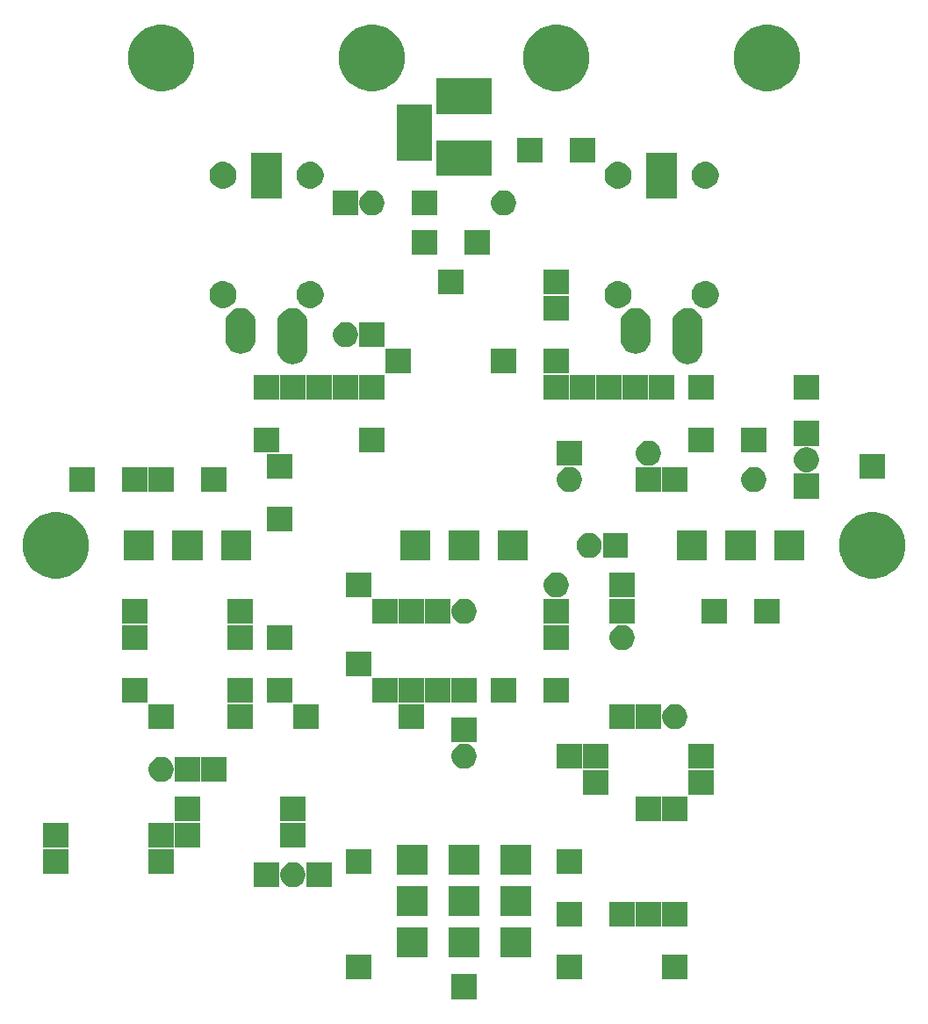
<source format=gbr>
G04 #@! TF.GenerationSoftware,KiCad,Pcbnew,5.1.6-c6e7f7d~87~ubuntu19.10.1*
G04 #@! TF.CreationDate,2022-03-20T17:43:41+06:00*
G04 #@! TF.ProjectId,good_grief_overdrive_r1b,676f6f64-5f67-4726-9965-665f6f766572,1B*
G04 #@! TF.SameCoordinates,Original*
G04 #@! TF.FileFunction,Soldermask,Bot*
G04 #@! TF.FilePolarity,Negative*
%FSLAX46Y46*%
G04 Gerber Fmt 4.6, Leading zero omitted, Abs format (unit mm)*
G04 Created by KiCad (PCBNEW 5.1.6-c6e7f7d~87~ubuntu19.10.1) date 2022-03-20 17:43:41*
%MOMM*%
%LPD*%
G01*
G04 APERTURE LIST*
%ADD10C,0.100000*%
G04 APERTURE END LIST*
D10*
G36*
X106610000Y-187255000D02*
G01*
X104210000Y-187255000D01*
X104210000Y-184855000D01*
X106610000Y-184855000D01*
X106610000Y-187255000D01*
G37*
G36*
X126930000Y-185350000D02*
G01*
X124530000Y-185350000D01*
X124530000Y-182950000D01*
X126930000Y-182950000D01*
X126930000Y-185350000D01*
G37*
G36*
X96450000Y-185350000D02*
G01*
X94050000Y-185350000D01*
X94050000Y-182950000D01*
X96450000Y-182950000D01*
X96450000Y-185350000D01*
G37*
G36*
X116770000Y-185350000D02*
G01*
X114370000Y-185350000D01*
X114370000Y-182950000D01*
X116770000Y-182950000D01*
X116770000Y-185350000D01*
G37*
G36*
X111860000Y-183250000D02*
G01*
X108960000Y-183250000D01*
X108960000Y-180350000D01*
X111860000Y-180350000D01*
X111860000Y-183250000D01*
G37*
G36*
X106860000Y-183250000D02*
G01*
X103960000Y-183250000D01*
X103960000Y-180350000D01*
X106860000Y-180350000D01*
X106860000Y-183250000D01*
G37*
G36*
X101860000Y-183250000D02*
G01*
X98960000Y-183250000D01*
X98960000Y-180350000D01*
X101860000Y-180350000D01*
X101860000Y-183250000D01*
G37*
G36*
X124390000Y-180270000D02*
G01*
X121990000Y-180270000D01*
X121990000Y-177870000D01*
X124390000Y-177870000D01*
X124390000Y-180270000D01*
G37*
G36*
X116770000Y-180270000D02*
G01*
X114370000Y-180270000D01*
X114370000Y-177870000D01*
X116770000Y-177870000D01*
X116770000Y-180270000D01*
G37*
G36*
X121850000Y-180270000D02*
G01*
X119450000Y-180270000D01*
X119450000Y-177870000D01*
X121850000Y-177870000D01*
X121850000Y-180270000D01*
G37*
G36*
X126930000Y-180270000D02*
G01*
X124530000Y-180270000D01*
X124530000Y-177870000D01*
X126930000Y-177870000D01*
X126930000Y-180270000D01*
G37*
G36*
X101860000Y-179250000D02*
G01*
X98960000Y-179250000D01*
X98960000Y-176350000D01*
X101860000Y-176350000D01*
X101860000Y-179250000D01*
G37*
G36*
X106860000Y-179250000D02*
G01*
X103960000Y-179250000D01*
X103960000Y-176350000D01*
X106860000Y-176350000D01*
X106860000Y-179250000D01*
G37*
G36*
X111860000Y-179250000D02*
G01*
X108960000Y-179250000D01*
X108960000Y-176350000D01*
X111860000Y-176350000D01*
X111860000Y-179250000D01*
G37*
G36*
X87560000Y-176460000D02*
G01*
X85160000Y-176460000D01*
X85160000Y-174060000D01*
X87560000Y-174060000D01*
X87560000Y-176460000D01*
G37*
G36*
X89250025Y-174106115D02*
G01*
X89250028Y-174106116D01*
X89250027Y-174106116D01*
X89468413Y-174196574D01*
X89664955Y-174327899D01*
X89832101Y-174495045D01*
X89963426Y-174691587D01*
X89963427Y-174691589D01*
X90053885Y-174909975D01*
X90100000Y-175141809D01*
X90100000Y-175378191D01*
X90053885Y-175610025D01*
X90053884Y-175610027D01*
X89963426Y-175828413D01*
X89832101Y-176024955D01*
X89664955Y-176192101D01*
X89468413Y-176323426D01*
X89468412Y-176323427D01*
X89468411Y-176323427D01*
X89250025Y-176413885D01*
X89018191Y-176460000D01*
X88781809Y-176460000D01*
X88549975Y-176413885D01*
X88331589Y-176323427D01*
X88331588Y-176323427D01*
X88331587Y-176323426D01*
X88135045Y-176192101D01*
X87967899Y-176024955D01*
X87836574Y-175828413D01*
X87746116Y-175610027D01*
X87746115Y-175610025D01*
X87700000Y-175378191D01*
X87700000Y-175141809D01*
X87746115Y-174909975D01*
X87836573Y-174691589D01*
X87836574Y-174691587D01*
X87967899Y-174495045D01*
X88135045Y-174327899D01*
X88331587Y-174196574D01*
X88549973Y-174106116D01*
X88549972Y-174106116D01*
X88549975Y-174106115D01*
X88781809Y-174060000D01*
X89018191Y-174060000D01*
X89250025Y-174106115D01*
G37*
G36*
X92640000Y-176460000D02*
G01*
X90240000Y-176460000D01*
X90240000Y-174060000D01*
X92640000Y-174060000D01*
X92640000Y-176460000D01*
G37*
G36*
X106860000Y-175250000D02*
G01*
X103960000Y-175250000D01*
X103960000Y-172350000D01*
X106860000Y-172350000D01*
X106860000Y-175250000D01*
G37*
G36*
X111860000Y-175250000D02*
G01*
X108960000Y-175250000D01*
X108960000Y-172350000D01*
X111860000Y-172350000D01*
X111860000Y-175250000D01*
G37*
G36*
X101860000Y-175250000D02*
G01*
X98960000Y-175250000D01*
X98960000Y-172350000D01*
X101860000Y-172350000D01*
X101860000Y-175250000D01*
G37*
G36*
X77400000Y-175190000D02*
G01*
X75000000Y-175190000D01*
X75000000Y-172790000D01*
X77400000Y-172790000D01*
X77400000Y-175190000D01*
G37*
G36*
X67240000Y-175190000D02*
G01*
X64840000Y-175190000D01*
X64840000Y-172790000D01*
X67240000Y-172790000D01*
X67240000Y-175190000D01*
G37*
G36*
X96450000Y-175190000D02*
G01*
X94050000Y-175190000D01*
X94050000Y-172790000D01*
X96450000Y-172790000D01*
X96450000Y-175190000D01*
G37*
G36*
X116770000Y-175190000D02*
G01*
X114370000Y-175190000D01*
X114370000Y-172790000D01*
X116770000Y-172790000D01*
X116770000Y-175190000D01*
G37*
G36*
X77400000Y-172650000D02*
G01*
X75000000Y-172650000D01*
X75000000Y-170250000D01*
X77400000Y-170250000D01*
X77400000Y-172650000D01*
G37*
G36*
X90100000Y-172650000D02*
G01*
X87700000Y-172650000D01*
X87700000Y-170250000D01*
X90100000Y-170250000D01*
X90100000Y-172650000D01*
G37*
G36*
X79940000Y-172650000D02*
G01*
X77540000Y-172650000D01*
X77540000Y-170250000D01*
X79940000Y-170250000D01*
X79940000Y-172650000D01*
G37*
G36*
X67240000Y-172650000D02*
G01*
X64840000Y-172650000D01*
X64840000Y-170250000D01*
X67240000Y-170250000D01*
X67240000Y-172650000D01*
G37*
G36*
X126930000Y-170110000D02*
G01*
X124530000Y-170110000D01*
X124530000Y-167710000D01*
X126930000Y-167710000D01*
X126930000Y-170110000D01*
G37*
G36*
X124390000Y-170110000D02*
G01*
X121990000Y-170110000D01*
X121990000Y-167710000D01*
X124390000Y-167710000D01*
X124390000Y-170110000D01*
G37*
G36*
X79940000Y-170110000D02*
G01*
X77540000Y-170110000D01*
X77540000Y-167710000D01*
X79940000Y-167710000D01*
X79940000Y-170110000D01*
G37*
G36*
X90100000Y-170110000D02*
G01*
X87700000Y-170110000D01*
X87700000Y-167710000D01*
X90100000Y-167710000D01*
X90100000Y-170110000D01*
G37*
G36*
X119310000Y-167570000D02*
G01*
X116910000Y-167570000D01*
X116910000Y-165170000D01*
X119310000Y-165170000D01*
X119310000Y-167570000D01*
G37*
G36*
X129470000Y-167570000D02*
G01*
X127070000Y-167570000D01*
X127070000Y-165170000D01*
X129470000Y-165170000D01*
X129470000Y-167570000D01*
G37*
G36*
X76550025Y-163946115D02*
G01*
X76555037Y-163948191D01*
X76768413Y-164036574D01*
X76964955Y-164167899D01*
X77132101Y-164335045D01*
X77174442Y-164398413D01*
X77263427Y-164531589D01*
X77353885Y-164749975D01*
X77400000Y-164981809D01*
X77400000Y-165218191D01*
X77353885Y-165450025D01*
X77353884Y-165450027D01*
X77263426Y-165668413D01*
X77132101Y-165864955D01*
X76964955Y-166032101D01*
X76768413Y-166163426D01*
X76768412Y-166163427D01*
X76768411Y-166163427D01*
X76550025Y-166253885D01*
X76318191Y-166300000D01*
X76081809Y-166300000D01*
X75849975Y-166253885D01*
X75631589Y-166163427D01*
X75631588Y-166163427D01*
X75631587Y-166163426D01*
X75435045Y-166032101D01*
X75267899Y-165864955D01*
X75136574Y-165668413D01*
X75046116Y-165450027D01*
X75046115Y-165450025D01*
X75000000Y-165218191D01*
X75000000Y-164981809D01*
X75046115Y-164749975D01*
X75136573Y-164531589D01*
X75225558Y-164398413D01*
X75267899Y-164335045D01*
X75435045Y-164167899D01*
X75631587Y-164036574D01*
X75844963Y-163948191D01*
X75849975Y-163946115D01*
X76081809Y-163900000D01*
X76318191Y-163900000D01*
X76550025Y-163946115D01*
G37*
G36*
X79940000Y-166300000D02*
G01*
X77540000Y-166300000D01*
X77540000Y-163900000D01*
X79940000Y-163900000D01*
X79940000Y-166300000D01*
G37*
G36*
X82480000Y-166300000D02*
G01*
X80080000Y-166300000D01*
X80080000Y-163900000D01*
X82480000Y-163900000D01*
X82480000Y-166300000D01*
G37*
G36*
X105760025Y-162676115D02*
G01*
X105760028Y-162676116D01*
X105760027Y-162676116D01*
X105978413Y-162766574D01*
X106174955Y-162897899D01*
X106342101Y-163065045D01*
X106473426Y-163261587D01*
X106473427Y-163261589D01*
X106563885Y-163479975D01*
X106610000Y-163711809D01*
X106610000Y-163948191D01*
X106563885Y-164180025D01*
X106473427Y-164398411D01*
X106473426Y-164398413D01*
X106342101Y-164594955D01*
X106174955Y-164762101D01*
X105978413Y-164893426D01*
X105978412Y-164893427D01*
X105978411Y-164893427D01*
X105760025Y-164983885D01*
X105528191Y-165030000D01*
X105291809Y-165030000D01*
X105059975Y-164983885D01*
X104841589Y-164893427D01*
X104841588Y-164893427D01*
X104841587Y-164893426D01*
X104645045Y-164762101D01*
X104477899Y-164594955D01*
X104346574Y-164398413D01*
X104346573Y-164398411D01*
X104256115Y-164180025D01*
X104210000Y-163948191D01*
X104210000Y-163711809D01*
X104256115Y-163479975D01*
X104346573Y-163261589D01*
X104346574Y-163261587D01*
X104477899Y-163065045D01*
X104645045Y-162897899D01*
X104841587Y-162766574D01*
X105059973Y-162676116D01*
X105059972Y-162676116D01*
X105059975Y-162676115D01*
X105291809Y-162630000D01*
X105528191Y-162630000D01*
X105760025Y-162676115D01*
G37*
G36*
X119310000Y-165030000D02*
G01*
X116910000Y-165030000D01*
X116910000Y-162630000D01*
X119310000Y-162630000D01*
X119310000Y-165030000D01*
G37*
G36*
X129470000Y-165030000D02*
G01*
X127070000Y-165030000D01*
X127070000Y-162630000D01*
X129470000Y-162630000D01*
X129470000Y-165030000D01*
G37*
G36*
X116770000Y-165030000D02*
G01*
X114370000Y-165030000D01*
X114370000Y-162630000D01*
X116770000Y-162630000D01*
X116770000Y-165030000D01*
G37*
G36*
X106610000Y-162490000D02*
G01*
X104210000Y-162490000D01*
X104210000Y-160090000D01*
X106610000Y-160090000D01*
X106610000Y-162490000D01*
G37*
G36*
X124390000Y-161220000D02*
G01*
X121990000Y-161220000D01*
X121990000Y-158820000D01*
X124390000Y-158820000D01*
X124390000Y-161220000D01*
G37*
G36*
X91370000Y-161220000D02*
G01*
X88970000Y-161220000D01*
X88970000Y-158820000D01*
X91370000Y-158820000D01*
X91370000Y-161220000D01*
G37*
G36*
X101530000Y-161220000D02*
G01*
X99130000Y-161220000D01*
X99130000Y-158820000D01*
X101530000Y-158820000D01*
X101530000Y-161220000D01*
G37*
G36*
X121850000Y-161220000D02*
G01*
X119450000Y-161220000D01*
X119450000Y-158820000D01*
X121850000Y-158820000D01*
X121850000Y-161220000D01*
G37*
G36*
X77400000Y-161220000D02*
G01*
X75000000Y-161220000D01*
X75000000Y-158820000D01*
X77400000Y-158820000D01*
X77400000Y-161220000D01*
G37*
G36*
X85020000Y-161220000D02*
G01*
X82620000Y-161220000D01*
X82620000Y-158820000D01*
X85020000Y-158820000D01*
X85020000Y-161220000D01*
G37*
G36*
X126080025Y-158866115D02*
G01*
X126080028Y-158866116D01*
X126080027Y-158866116D01*
X126298413Y-158956574D01*
X126494955Y-159087899D01*
X126662101Y-159255045D01*
X126793426Y-159451587D01*
X126793427Y-159451589D01*
X126883885Y-159669975D01*
X126930000Y-159901809D01*
X126930000Y-160138191D01*
X126883885Y-160370025D01*
X126883884Y-160370027D01*
X126793426Y-160588413D01*
X126662101Y-160784955D01*
X126494955Y-160952101D01*
X126298413Y-161083426D01*
X126298412Y-161083427D01*
X126298411Y-161083427D01*
X126080025Y-161173885D01*
X125848191Y-161220000D01*
X125611809Y-161220000D01*
X125379975Y-161173885D01*
X125161589Y-161083427D01*
X125161588Y-161083427D01*
X125161587Y-161083426D01*
X124965045Y-160952101D01*
X124797899Y-160784955D01*
X124666574Y-160588413D01*
X124576116Y-160370027D01*
X124576115Y-160370025D01*
X124530000Y-160138191D01*
X124530000Y-159901809D01*
X124576115Y-159669975D01*
X124666573Y-159451589D01*
X124666574Y-159451587D01*
X124797899Y-159255045D01*
X124965045Y-159087899D01*
X125161587Y-158956574D01*
X125379973Y-158866116D01*
X125379972Y-158866116D01*
X125379975Y-158866115D01*
X125611809Y-158820000D01*
X125848191Y-158820000D01*
X126080025Y-158866115D01*
G37*
G36*
X88830000Y-158680000D02*
G01*
X86430000Y-158680000D01*
X86430000Y-156280000D01*
X88830000Y-156280000D01*
X88830000Y-158680000D01*
G37*
G36*
X110420000Y-158680000D02*
G01*
X108020000Y-158680000D01*
X108020000Y-156280000D01*
X110420000Y-156280000D01*
X110420000Y-158680000D01*
G37*
G36*
X115500000Y-158680000D02*
G01*
X113100000Y-158680000D01*
X113100000Y-156280000D01*
X115500000Y-156280000D01*
X115500000Y-158680000D01*
G37*
G36*
X85020000Y-158680000D02*
G01*
X82620000Y-158680000D01*
X82620000Y-156280000D01*
X85020000Y-156280000D01*
X85020000Y-158680000D01*
G37*
G36*
X106610000Y-158680000D02*
G01*
X104210000Y-158680000D01*
X104210000Y-156280000D01*
X106610000Y-156280000D01*
X106610000Y-158680000D01*
G37*
G36*
X104070000Y-158680000D02*
G01*
X101670000Y-158680000D01*
X101670000Y-156280000D01*
X104070000Y-156280000D01*
X104070000Y-158680000D01*
G37*
G36*
X101530000Y-158680000D02*
G01*
X99130000Y-158680000D01*
X99130000Y-156280000D01*
X101530000Y-156280000D01*
X101530000Y-158680000D01*
G37*
G36*
X98990000Y-158680000D02*
G01*
X96590000Y-158680000D01*
X96590000Y-156280000D01*
X98990000Y-156280000D01*
X98990000Y-158680000D01*
G37*
G36*
X74860000Y-158680000D02*
G01*
X72460000Y-158680000D01*
X72460000Y-156280000D01*
X74860000Y-156280000D01*
X74860000Y-158680000D01*
G37*
G36*
X96450000Y-156140000D02*
G01*
X94050000Y-156140000D01*
X94050000Y-153740000D01*
X96450000Y-153740000D01*
X96450000Y-156140000D01*
G37*
G36*
X121000025Y-151246115D02*
G01*
X121000028Y-151246116D01*
X121000027Y-151246116D01*
X121218413Y-151336574D01*
X121414955Y-151467899D01*
X121582101Y-151635045D01*
X121713426Y-151831587D01*
X121713427Y-151831589D01*
X121803885Y-152049975D01*
X121850000Y-152281809D01*
X121850000Y-152518191D01*
X121803885Y-152750025D01*
X121803884Y-152750027D01*
X121713426Y-152968413D01*
X121582101Y-153164955D01*
X121414955Y-153332101D01*
X121218413Y-153463426D01*
X121218412Y-153463427D01*
X121218411Y-153463427D01*
X121000025Y-153553885D01*
X120768191Y-153600000D01*
X120531809Y-153600000D01*
X120299975Y-153553885D01*
X120081589Y-153463427D01*
X120081588Y-153463427D01*
X120081587Y-153463426D01*
X119885045Y-153332101D01*
X119717899Y-153164955D01*
X119586574Y-152968413D01*
X119496116Y-152750027D01*
X119496115Y-152750025D01*
X119450000Y-152518191D01*
X119450000Y-152281809D01*
X119496115Y-152049975D01*
X119586573Y-151831589D01*
X119586574Y-151831587D01*
X119717899Y-151635045D01*
X119885045Y-151467899D01*
X120081587Y-151336574D01*
X120299973Y-151246116D01*
X120299972Y-151246116D01*
X120299975Y-151246115D01*
X120531809Y-151200000D01*
X120768191Y-151200000D01*
X121000025Y-151246115D01*
G37*
G36*
X85020000Y-153600000D02*
G01*
X82620000Y-153600000D01*
X82620000Y-151200000D01*
X85020000Y-151200000D01*
X85020000Y-153600000D01*
G37*
G36*
X115500000Y-153600000D02*
G01*
X113100000Y-153600000D01*
X113100000Y-151200000D01*
X115500000Y-151200000D01*
X115500000Y-153600000D01*
G37*
G36*
X74860000Y-153600000D02*
G01*
X72460000Y-153600000D01*
X72460000Y-151200000D01*
X74860000Y-151200000D01*
X74860000Y-153600000D01*
G37*
G36*
X88830000Y-153600000D02*
G01*
X86430000Y-153600000D01*
X86430000Y-151200000D01*
X88830000Y-151200000D01*
X88830000Y-153600000D01*
G37*
G36*
X105760025Y-148706115D02*
G01*
X105760028Y-148706116D01*
X105760027Y-148706116D01*
X105978413Y-148796574D01*
X106174955Y-148927899D01*
X106342101Y-149095045D01*
X106473426Y-149291587D01*
X106473427Y-149291589D01*
X106563885Y-149509975D01*
X106610000Y-149741809D01*
X106610000Y-149978191D01*
X106563885Y-150210025D01*
X106563884Y-150210027D01*
X106473426Y-150428413D01*
X106342101Y-150624955D01*
X106174955Y-150792101D01*
X105978413Y-150923426D01*
X105978412Y-150923427D01*
X105978411Y-150923427D01*
X105760025Y-151013885D01*
X105528191Y-151060000D01*
X105291809Y-151060000D01*
X105059975Y-151013885D01*
X104841589Y-150923427D01*
X104841588Y-150923427D01*
X104841587Y-150923426D01*
X104645045Y-150792101D01*
X104477899Y-150624955D01*
X104346574Y-150428413D01*
X104256116Y-150210027D01*
X104256115Y-150210025D01*
X104210000Y-149978191D01*
X104210000Y-149741809D01*
X104256115Y-149509975D01*
X104346573Y-149291589D01*
X104346574Y-149291587D01*
X104477899Y-149095045D01*
X104645045Y-148927899D01*
X104841587Y-148796574D01*
X105059973Y-148706116D01*
X105059972Y-148706116D01*
X105059975Y-148706115D01*
X105291809Y-148660000D01*
X105528191Y-148660000D01*
X105760025Y-148706115D01*
G37*
G36*
X85020000Y-151060000D02*
G01*
X82620000Y-151060000D01*
X82620000Y-148660000D01*
X85020000Y-148660000D01*
X85020000Y-151060000D01*
G37*
G36*
X74860000Y-151060000D02*
G01*
X72460000Y-151060000D01*
X72460000Y-148660000D01*
X74860000Y-148660000D01*
X74860000Y-151060000D01*
G37*
G36*
X135820000Y-151060000D02*
G01*
X133420000Y-151060000D01*
X133420000Y-148660000D01*
X135820000Y-148660000D01*
X135820000Y-151060000D01*
G37*
G36*
X130740000Y-151060000D02*
G01*
X128340000Y-151060000D01*
X128340000Y-148660000D01*
X130740000Y-148660000D01*
X130740000Y-151060000D01*
G37*
G36*
X121850000Y-151060000D02*
G01*
X119450000Y-151060000D01*
X119450000Y-148660000D01*
X121850000Y-148660000D01*
X121850000Y-151060000D01*
G37*
G36*
X115500000Y-151060000D02*
G01*
X113100000Y-151060000D01*
X113100000Y-148660000D01*
X115500000Y-148660000D01*
X115500000Y-151060000D01*
G37*
G36*
X98990000Y-151060000D02*
G01*
X96590000Y-151060000D01*
X96590000Y-148660000D01*
X98990000Y-148660000D01*
X98990000Y-151060000D01*
G37*
G36*
X101530000Y-151060000D02*
G01*
X99130000Y-151060000D01*
X99130000Y-148660000D01*
X101530000Y-148660000D01*
X101530000Y-151060000D01*
G37*
G36*
X104070000Y-151060000D02*
G01*
X101670000Y-151060000D01*
X101670000Y-148660000D01*
X104070000Y-148660000D01*
X104070000Y-151060000D01*
G37*
G36*
X96450000Y-148520000D02*
G01*
X94050000Y-148520000D01*
X94050000Y-146120000D01*
X96450000Y-146120000D01*
X96450000Y-148520000D01*
G37*
G36*
X114650025Y-146166115D02*
G01*
X114650028Y-146166116D01*
X114650027Y-146166116D01*
X114868413Y-146256574D01*
X115064955Y-146387899D01*
X115232101Y-146555045D01*
X115335638Y-146710000D01*
X115363427Y-146751589D01*
X115453885Y-146969975D01*
X115500000Y-147201809D01*
X115500000Y-147438191D01*
X115453885Y-147670025D01*
X115453884Y-147670027D01*
X115363426Y-147888413D01*
X115232101Y-148084955D01*
X115064955Y-148252101D01*
X114868413Y-148383426D01*
X114868412Y-148383427D01*
X114868411Y-148383427D01*
X114650025Y-148473885D01*
X114418191Y-148520000D01*
X114181809Y-148520000D01*
X113949975Y-148473885D01*
X113731589Y-148383427D01*
X113731588Y-148383427D01*
X113731587Y-148383426D01*
X113535045Y-148252101D01*
X113367899Y-148084955D01*
X113236574Y-147888413D01*
X113146116Y-147670027D01*
X113146115Y-147670025D01*
X113100000Y-147438191D01*
X113100000Y-147201809D01*
X113146115Y-146969975D01*
X113236573Y-146751589D01*
X113264362Y-146710000D01*
X113367899Y-146555045D01*
X113535045Y-146387899D01*
X113731587Y-146256574D01*
X113949973Y-146166116D01*
X113949972Y-146166116D01*
X113949975Y-146166115D01*
X114181809Y-146120000D01*
X114418191Y-146120000D01*
X114650025Y-146166115D01*
G37*
G36*
X121850000Y-148520000D02*
G01*
X119450000Y-148520000D01*
X119450000Y-146120000D01*
X121850000Y-146120000D01*
X121850000Y-148520000D01*
G37*
G36*
X145713404Y-140432974D02*
G01*
X146054545Y-140574279D01*
X146295768Y-140674197D01*
X146819881Y-141024398D01*
X147265602Y-141470119D01*
X147615803Y-141994232D01*
X147615803Y-141994233D01*
X147857026Y-142576596D01*
X147980000Y-143194826D01*
X147980000Y-143825174D01*
X147857026Y-144443404D01*
X147746598Y-144710000D01*
X147615803Y-145025768D01*
X147265602Y-145549881D01*
X146819881Y-145995602D01*
X146295768Y-146345803D01*
X146054545Y-146445721D01*
X145713404Y-146587026D01*
X145095174Y-146710000D01*
X144464826Y-146710000D01*
X143846596Y-146587026D01*
X143505455Y-146445721D01*
X143264232Y-146345803D01*
X142740119Y-145995602D01*
X142294398Y-145549881D01*
X141944197Y-145025768D01*
X141813402Y-144710000D01*
X141702974Y-144443404D01*
X141580000Y-143825174D01*
X141580000Y-143194826D01*
X141702974Y-142576596D01*
X141944197Y-141994233D01*
X141944197Y-141994232D01*
X142294398Y-141470119D01*
X142740119Y-141024398D01*
X143264232Y-140674197D01*
X143505455Y-140574279D01*
X143846596Y-140432974D01*
X144464826Y-140310000D01*
X145095174Y-140310000D01*
X145713404Y-140432974D01*
G37*
G36*
X66973404Y-140432974D02*
G01*
X67314545Y-140574279D01*
X67555768Y-140674197D01*
X68079881Y-141024398D01*
X68525602Y-141470119D01*
X68875803Y-141994232D01*
X68875803Y-141994233D01*
X69117026Y-142576596D01*
X69240000Y-143194826D01*
X69240000Y-143825174D01*
X69117026Y-144443404D01*
X69006598Y-144710000D01*
X68875803Y-145025768D01*
X68525602Y-145549881D01*
X68079881Y-145995602D01*
X67555768Y-146345803D01*
X67314545Y-146445721D01*
X66973404Y-146587026D01*
X66355174Y-146710000D01*
X65724826Y-146710000D01*
X65106596Y-146587026D01*
X64765455Y-146445721D01*
X64524232Y-146345803D01*
X64000119Y-145995602D01*
X63554398Y-145549881D01*
X63204197Y-145025768D01*
X63073402Y-144710000D01*
X62962974Y-144443404D01*
X62840000Y-143825174D01*
X62840000Y-143194826D01*
X62962974Y-142576596D01*
X63204197Y-141994233D01*
X63204197Y-141994232D01*
X63554398Y-141470119D01*
X64000119Y-141024398D01*
X64524232Y-140674197D01*
X64765455Y-140574279D01*
X65106596Y-140432974D01*
X65724826Y-140310000D01*
X66355174Y-140310000D01*
X66973404Y-140432974D01*
G37*
G36*
X84890000Y-144960000D02*
G01*
X81990000Y-144960000D01*
X81990000Y-142060000D01*
X84890000Y-142060000D01*
X84890000Y-144960000D01*
G37*
G36*
X75490000Y-144960000D02*
G01*
X72590000Y-144960000D01*
X72590000Y-142060000D01*
X75490000Y-142060000D01*
X75490000Y-144960000D01*
G37*
G36*
X102160000Y-144960000D02*
G01*
X99260000Y-144960000D01*
X99260000Y-142060000D01*
X102160000Y-142060000D01*
X102160000Y-144960000D01*
G37*
G36*
X106860000Y-144960000D02*
G01*
X103960000Y-144960000D01*
X103960000Y-142060000D01*
X106860000Y-142060000D01*
X106860000Y-144960000D01*
G37*
G36*
X111560000Y-144960000D02*
G01*
X108660000Y-144960000D01*
X108660000Y-142060000D01*
X111560000Y-142060000D01*
X111560000Y-144960000D01*
G37*
G36*
X133530000Y-144960000D02*
G01*
X130630000Y-144960000D01*
X130630000Y-142060000D01*
X133530000Y-142060000D01*
X133530000Y-144960000D01*
G37*
G36*
X128830000Y-144960000D02*
G01*
X125930000Y-144960000D01*
X125930000Y-142060000D01*
X128830000Y-142060000D01*
X128830000Y-144960000D01*
G37*
G36*
X80190000Y-144960000D02*
G01*
X77290000Y-144960000D01*
X77290000Y-142060000D01*
X80190000Y-142060000D01*
X80190000Y-144960000D01*
G37*
G36*
X138230000Y-144960000D02*
G01*
X135330000Y-144960000D01*
X135330000Y-142060000D01*
X138230000Y-142060000D01*
X138230000Y-144960000D01*
G37*
G36*
X117825025Y-142356115D02*
G01*
X117825028Y-142356116D01*
X117825027Y-142356116D01*
X118043413Y-142446574D01*
X118239955Y-142577899D01*
X118407101Y-142745045D01*
X118538426Y-142941587D01*
X118538427Y-142941589D01*
X118628885Y-143159975D01*
X118675000Y-143391809D01*
X118675000Y-143628191D01*
X118628885Y-143860025D01*
X118628884Y-143860027D01*
X118538426Y-144078413D01*
X118407101Y-144274955D01*
X118239955Y-144442101D01*
X118043413Y-144573426D01*
X118043412Y-144573427D01*
X118043411Y-144573427D01*
X117825025Y-144663885D01*
X117593191Y-144710000D01*
X117356809Y-144710000D01*
X117124975Y-144663885D01*
X116906589Y-144573427D01*
X116906588Y-144573427D01*
X116906587Y-144573426D01*
X116710045Y-144442101D01*
X116542899Y-144274955D01*
X116411574Y-144078413D01*
X116321116Y-143860027D01*
X116321115Y-143860025D01*
X116275000Y-143628191D01*
X116275000Y-143391809D01*
X116321115Y-143159975D01*
X116411573Y-142941589D01*
X116411574Y-142941587D01*
X116542899Y-142745045D01*
X116710045Y-142577899D01*
X116906587Y-142446574D01*
X117124973Y-142356116D01*
X117124972Y-142356116D01*
X117124975Y-142356115D01*
X117356809Y-142310000D01*
X117593191Y-142310000D01*
X117825025Y-142356115D01*
G37*
G36*
X121215000Y-144710000D02*
G01*
X118815000Y-144710000D01*
X118815000Y-142310000D01*
X121215000Y-142310000D01*
X121215000Y-144710000D01*
G37*
G36*
X88830000Y-142170000D02*
G01*
X86430000Y-142170000D01*
X86430000Y-139770000D01*
X88830000Y-139770000D01*
X88830000Y-142170000D01*
G37*
G36*
X139630000Y-138995000D02*
G01*
X137230000Y-138995000D01*
X137230000Y-136595000D01*
X139630000Y-136595000D01*
X139630000Y-138995000D01*
G37*
G36*
X124390000Y-138360000D02*
G01*
X121990000Y-138360000D01*
X121990000Y-135960000D01*
X124390000Y-135960000D01*
X124390000Y-138360000D01*
G37*
G36*
X133700025Y-136006115D02*
G01*
X133918411Y-136096573D01*
X133918413Y-136096574D01*
X134114955Y-136227899D01*
X134282101Y-136395045D01*
X134413426Y-136591587D01*
X134413427Y-136591589D01*
X134503885Y-136809975D01*
X134550000Y-137041809D01*
X134550000Y-137278191D01*
X134503885Y-137510025D01*
X134503884Y-137510027D01*
X134413426Y-137728413D01*
X134282101Y-137924955D01*
X134114955Y-138092101D01*
X133918413Y-138223426D01*
X133918412Y-138223427D01*
X133918411Y-138223427D01*
X133700025Y-138313885D01*
X133468191Y-138360000D01*
X133231809Y-138360000D01*
X132999975Y-138313885D01*
X132781589Y-138223427D01*
X132781588Y-138223427D01*
X132781587Y-138223426D01*
X132585045Y-138092101D01*
X132417899Y-137924955D01*
X132286574Y-137728413D01*
X132196116Y-137510027D01*
X132196115Y-137510025D01*
X132150000Y-137278191D01*
X132150000Y-137041809D01*
X132196115Y-136809975D01*
X132286573Y-136591589D01*
X132286574Y-136591587D01*
X132417899Y-136395045D01*
X132585045Y-136227899D01*
X132781587Y-136096574D01*
X132781589Y-136096573D01*
X132999975Y-136006115D01*
X133231809Y-135960000D01*
X133468191Y-135960000D01*
X133700025Y-136006115D01*
G37*
G36*
X115920025Y-136006115D02*
G01*
X116138411Y-136096573D01*
X116138413Y-136096574D01*
X116334955Y-136227899D01*
X116502101Y-136395045D01*
X116633426Y-136591587D01*
X116633427Y-136591589D01*
X116723885Y-136809975D01*
X116770000Y-137041809D01*
X116770000Y-137278191D01*
X116723885Y-137510025D01*
X116723884Y-137510027D01*
X116633426Y-137728413D01*
X116502101Y-137924955D01*
X116334955Y-138092101D01*
X116138413Y-138223426D01*
X116138412Y-138223427D01*
X116138411Y-138223427D01*
X115920025Y-138313885D01*
X115688191Y-138360000D01*
X115451809Y-138360000D01*
X115219975Y-138313885D01*
X115001589Y-138223427D01*
X115001588Y-138223427D01*
X115001587Y-138223426D01*
X114805045Y-138092101D01*
X114637899Y-137924955D01*
X114506574Y-137728413D01*
X114416116Y-137510027D01*
X114416115Y-137510025D01*
X114370000Y-137278191D01*
X114370000Y-137041809D01*
X114416115Y-136809975D01*
X114506573Y-136591589D01*
X114506574Y-136591587D01*
X114637899Y-136395045D01*
X114805045Y-136227899D01*
X115001587Y-136096574D01*
X115001589Y-136096573D01*
X115219975Y-136006115D01*
X115451809Y-135960000D01*
X115688191Y-135960000D01*
X115920025Y-136006115D01*
G37*
G36*
X126930000Y-138360000D02*
G01*
X124530000Y-138360000D01*
X124530000Y-135960000D01*
X126930000Y-135960000D01*
X126930000Y-138360000D01*
G37*
G36*
X69780000Y-138360000D02*
G01*
X67380000Y-138360000D01*
X67380000Y-135960000D01*
X69780000Y-135960000D01*
X69780000Y-138360000D01*
G37*
G36*
X74860000Y-138360000D02*
G01*
X72460000Y-138360000D01*
X72460000Y-135960000D01*
X74860000Y-135960000D01*
X74860000Y-138360000D01*
G37*
G36*
X77400000Y-138360000D02*
G01*
X75000000Y-138360000D01*
X75000000Y-135960000D01*
X77400000Y-135960000D01*
X77400000Y-138360000D01*
G37*
G36*
X82480000Y-138360000D02*
G01*
X80080000Y-138360000D01*
X80080000Y-135960000D01*
X82480000Y-135960000D01*
X82480000Y-138360000D01*
G37*
G36*
X145980000Y-137090000D02*
G01*
X143580000Y-137090000D01*
X143580000Y-134690000D01*
X145980000Y-134690000D01*
X145980000Y-137090000D01*
G37*
G36*
X88830000Y-137090000D02*
G01*
X86430000Y-137090000D01*
X86430000Y-134690000D01*
X88830000Y-134690000D01*
X88830000Y-137090000D01*
G37*
G36*
X138780025Y-134101115D02*
G01*
X138780028Y-134101116D01*
X138780027Y-134101116D01*
X138998413Y-134191574D01*
X139194955Y-134322899D01*
X139362101Y-134490045D01*
X139493426Y-134686587D01*
X139493427Y-134686589D01*
X139583885Y-134904975D01*
X139630000Y-135136809D01*
X139630000Y-135373191D01*
X139583885Y-135605025D01*
X139513941Y-135773885D01*
X139493426Y-135823413D01*
X139362101Y-136019955D01*
X139194955Y-136187101D01*
X138998413Y-136318426D01*
X138998412Y-136318427D01*
X138998411Y-136318427D01*
X138780025Y-136408885D01*
X138548191Y-136455000D01*
X138311809Y-136455000D01*
X138079975Y-136408885D01*
X137861589Y-136318427D01*
X137861588Y-136318427D01*
X137861587Y-136318426D01*
X137665045Y-136187101D01*
X137497899Y-136019955D01*
X137366574Y-135823413D01*
X137346059Y-135773885D01*
X137276115Y-135605025D01*
X137230000Y-135373191D01*
X137230000Y-135136809D01*
X137276115Y-134904975D01*
X137366573Y-134686589D01*
X137366574Y-134686587D01*
X137497899Y-134490045D01*
X137665045Y-134322899D01*
X137861587Y-134191574D01*
X138079973Y-134101116D01*
X138079972Y-134101116D01*
X138079975Y-134101115D01*
X138311809Y-134055000D01*
X138548191Y-134055000D01*
X138780025Y-134101115D01*
G37*
G36*
X116770000Y-135820000D02*
G01*
X114370000Y-135820000D01*
X114370000Y-133420000D01*
X116770000Y-133420000D01*
X116770000Y-135820000D01*
G37*
G36*
X123540025Y-133466115D02*
G01*
X123540028Y-133466116D01*
X123540027Y-133466116D01*
X123758413Y-133556574D01*
X123954955Y-133687899D01*
X124122101Y-133855045D01*
X124253426Y-134051587D01*
X124253427Y-134051589D01*
X124343885Y-134269975D01*
X124390000Y-134501809D01*
X124390000Y-134738191D01*
X124343885Y-134970025D01*
X124343884Y-134970027D01*
X124253426Y-135188413D01*
X124122101Y-135384955D01*
X123954955Y-135552101D01*
X123758413Y-135683426D01*
X123758412Y-135683427D01*
X123758411Y-135683427D01*
X123540025Y-135773885D01*
X123308191Y-135820000D01*
X123071809Y-135820000D01*
X122839975Y-135773885D01*
X122621589Y-135683427D01*
X122621588Y-135683427D01*
X122621587Y-135683426D01*
X122425045Y-135552101D01*
X122257899Y-135384955D01*
X122126574Y-135188413D01*
X122036116Y-134970027D01*
X122036115Y-134970025D01*
X121990000Y-134738191D01*
X121990000Y-134501809D01*
X122036115Y-134269975D01*
X122126573Y-134051589D01*
X122126574Y-134051587D01*
X122257899Y-133855045D01*
X122425045Y-133687899D01*
X122621587Y-133556574D01*
X122839973Y-133466116D01*
X122839972Y-133466116D01*
X122839975Y-133466115D01*
X123071809Y-133420000D01*
X123308191Y-133420000D01*
X123540025Y-133466115D01*
G37*
G36*
X134550000Y-134550000D02*
G01*
X132150000Y-134550000D01*
X132150000Y-132150000D01*
X134550000Y-132150000D01*
X134550000Y-134550000D01*
G37*
G36*
X87560000Y-134550000D02*
G01*
X85160000Y-134550000D01*
X85160000Y-132150000D01*
X87560000Y-132150000D01*
X87560000Y-134550000D01*
G37*
G36*
X129470000Y-134550000D02*
G01*
X127070000Y-134550000D01*
X127070000Y-132150000D01*
X129470000Y-132150000D01*
X129470000Y-134550000D01*
G37*
G36*
X97720000Y-134550000D02*
G01*
X95320000Y-134550000D01*
X95320000Y-132150000D01*
X97720000Y-132150000D01*
X97720000Y-134550000D01*
G37*
G36*
X139630000Y-133915000D02*
G01*
X137230000Y-133915000D01*
X137230000Y-131515000D01*
X139630000Y-131515000D01*
X139630000Y-133915000D01*
G37*
G36*
X95180000Y-129470000D02*
G01*
X92780000Y-129470000D01*
X92780000Y-127070000D01*
X95180000Y-127070000D01*
X95180000Y-129470000D01*
G37*
G36*
X87560000Y-129470000D02*
G01*
X85160000Y-129470000D01*
X85160000Y-127070000D01*
X87560000Y-127070000D01*
X87560000Y-129470000D01*
G37*
G36*
X92640000Y-129470000D02*
G01*
X90240000Y-129470000D01*
X90240000Y-127070000D01*
X92640000Y-127070000D01*
X92640000Y-129470000D01*
G37*
G36*
X90100000Y-129470000D02*
G01*
X87700000Y-129470000D01*
X87700000Y-127070000D01*
X90100000Y-127070000D01*
X90100000Y-129470000D01*
G37*
G36*
X97720000Y-129470000D02*
G01*
X95320000Y-129470000D01*
X95320000Y-127070000D01*
X97720000Y-127070000D01*
X97720000Y-129470000D01*
G37*
G36*
X123120000Y-129470000D02*
G01*
X120720000Y-129470000D01*
X120720000Y-127070000D01*
X123120000Y-127070000D01*
X123120000Y-129470000D01*
G37*
G36*
X118040000Y-129470000D02*
G01*
X115640000Y-129470000D01*
X115640000Y-127070000D01*
X118040000Y-127070000D01*
X118040000Y-129470000D01*
G37*
G36*
X120580000Y-129470000D02*
G01*
X118180000Y-129470000D01*
X118180000Y-127070000D01*
X120580000Y-127070000D01*
X120580000Y-129470000D01*
G37*
G36*
X129470000Y-129470000D02*
G01*
X127070000Y-129470000D01*
X127070000Y-127070000D01*
X129470000Y-127070000D01*
X129470000Y-129470000D01*
G37*
G36*
X139630000Y-129470000D02*
G01*
X137230000Y-129470000D01*
X137230000Y-127070000D01*
X139630000Y-127070000D01*
X139630000Y-129470000D01*
G37*
G36*
X115500000Y-129470000D02*
G01*
X113100000Y-129470000D01*
X113100000Y-127070000D01*
X115500000Y-127070000D01*
X115500000Y-129470000D01*
G37*
G36*
X125660000Y-129470000D02*
G01*
X123260000Y-129470000D01*
X123260000Y-127070000D01*
X125660000Y-127070000D01*
X125660000Y-129470000D01*
G37*
G36*
X100260000Y-126930000D02*
G01*
X97860000Y-126930000D01*
X97860000Y-124530000D01*
X100260000Y-124530000D01*
X100260000Y-126930000D01*
G37*
G36*
X115500000Y-126930000D02*
G01*
X113100000Y-126930000D01*
X113100000Y-124530000D01*
X115500000Y-124530000D01*
X115500000Y-126930000D01*
G37*
G36*
X110420000Y-126930000D02*
G01*
X108020000Y-126930000D01*
X108020000Y-124530000D01*
X110420000Y-124530000D01*
X110420000Y-126930000D01*
G37*
G36*
X89144250Y-120650981D02*
G01*
X89280913Y-120692437D01*
X89417577Y-120733894D01*
X89669473Y-120868534D01*
X89890265Y-121049735D01*
X90071466Y-121270527D01*
X90206106Y-121522423D01*
X90289019Y-121795751D01*
X90310000Y-122008774D01*
X90310000Y-124651226D01*
X90289019Y-124864249D01*
X90206106Y-125137577D01*
X90071466Y-125389473D01*
X89890265Y-125610265D01*
X89669472Y-125791466D01*
X89417576Y-125926106D01*
X89280912Y-125967562D01*
X89144249Y-126009019D01*
X88860000Y-126037015D01*
X88575750Y-126009019D01*
X88439087Y-125967562D01*
X88302423Y-125926106D01*
X88050527Y-125791466D01*
X87829735Y-125610265D01*
X87648534Y-125389472D01*
X87513894Y-125137576D01*
X87449745Y-124926106D01*
X87430981Y-124864249D01*
X87410000Y-124651224D01*
X87410001Y-122008775D01*
X87430982Y-121795750D01*
X87513895Y-121522424D01*
X87513895Y-121522423D01*
X87648535Y-121270527D01*
X87829736Y-121049735D01*
X88050528Y-120868534D01*
X88302424Y-120733894D01*
X88439088Y-120692437D01*
X88575751Y-120650981D01*
X88860000Y-120622985D01*
X89144250Y-120650981D01*
G37*
G36*
X127244250Y-120650981D02*
G01*
X127380913Y-120692437D01*
X127517577Y-120733894D01*
X127769473Y-120868534D01*
X127990265Y-121049735D01*
X128171466Y-121270527D01*
X128306106Y-121522423D01*
X128389019Y-121795751D01*
X128410000Y-122008774D01*
X128410000Y-124651226D01*
X128389019Y-124864249D01*
X128306106Y-125137577D01*
X128171466Y-125389473D01*
X127990265Y-125610265D01*
X127769472Y-125791466D01*
X127517576Y-125926106D01*
X127380912Y-125967562D01*
X127244249Y-126009019D01*
X126960000Y-126037015D01*
X126675750Y-126009019D01*
X126539087Y-125967562D01*
X126402423Y-125926106D01*
X126150527Y-125791466D01*
X125929735Y-125610265D01*
X125748534Y-125389472D01*
X125613894Y-125137576D01*
X125549745Y-124926106D01*
X125530981Y-124864249D01*
X125510000Y-124651224D01*
X125510001Y-122008775D01*
X125530982Y-121795750D01*
X125613895Y-121522424D01*
X125613895Y-121522423D01*
X125748535Y-121270527D01*
X125929736Y-121049735D01*
X126150528Y-120868534D01*
X126402424Y-120733894D01*
X126539088Y-120692437D01*
X126675751Y-120650981D01*
X126960000Y-120622985D01*
X127244250Y-120650981D01*
G37*
G36*
X84144250Y-120650981D02*
G01*
X84280913Y-120692437D01*
X84417577Y-120733894D01*
X84669473Y-120868534D01*
X84890265Y-121049735D01*
X85071466Y-121270527D01*
X85206106Y-121522423D01*
X85289019Y-121795751D01*
X85310000Y-122008774D01*
X85310000Y-123651226D01*
X85289019Y-123864249D01*
X85206106Y-124137577D01*
X85071466Y-124389473D01*
X84890265Y-124610265D01*
X84669472Y-124791466D01*
X84417576Y-124926106D01*
X84280912Y-124967562D01*
X84144249Y-125009019D01*
X83860000Y-125037015D01*
X83575750Y-125009019D01*
X83439087Y-124967562D01*
X83302423Y-124926106D01*
X83050527Y-124791466D01*
X82829735Y-124610265D01*
X82648534Y-124389472D01*
X82513894Y-124137576D01*
X82458496Y-123954954D01*
X82430981Y-123864249D01*
X82410000Y-123651224D01*
X82410000Y-122008775D01*
X82430981Y-121795750D01*
X82513895Y-121522424D01*
X82513895Y-121522423D01*
X82648535Y-121270527D01*
X82829736Y-121049735D01*
X83050528Y-120868534D01*
X83302424Y-120733894D01*
X83439088Y-120692437D01*
X83575751Y-120650981D01*
X83860000Y-120622985D01*
X84144250Y-120650981D01*
G37*
G36*
X122244250Y-120650981D02*
G01*
X122380913Y-120692437D01*
X122517577Y-120733894D01*
X122769473Y-120868534D01*
X122990265Y-121049735D01*
X123171466Y-121270527D01*
X123306106Y-121522423D01*
X123389019Y-121795751D01*
X123410000Y-122008774D01*
X123410000Y-123651226D01*
X123389019Y-123864249D01*
X123306106Y-124137577D01*
X123171466Y-124389473D01*
X122990265Y-124610265D01*
X122769472Y-124791466D01*
X122517576Y-124926106D01*
X122380912Y-124967562D01*
X122244249Y-125009019D01*
X121960000Y-125037015D01*
X121675750Y-125009019D01*
X121539087Y-124967562D01*
X121402423Y-124926106D01*
X121150527Y-124791466D01*
X120929735Y-124610265D01*
X120748534Y-124389472D01*
X120613894Y-124137576D01*
X120558496Y-123954954D01*
X120530981Y-123864249D01*
X120510000Y-123651224D01*
X120510000Y-122008775D01*
X120530981Y-121795750D01*
X120613895Y-121522424D01*
X120613895Y-121522423D01*
X120748535Y-121270527D01*
X120929736Y-121049735D01*
X121150528Y-120868534D01*
X121402424Y-120733894D01*
X121539088Y-120692437D01*
X121675751Y-120650981D01*
X121960000Y-120622985D01*
X122244250Y-120650981D01*
G37*
G36*
X97720000Y-124390000D02*
G01*
X95320000Y-124390000D01*
X95320000Y-121990000D01*
X97720000Y-121990000D01*
X97720000Y-124390000D01*
G37*
G36*
X94330025Y-122036115D02*
G01*
X94330028Y-122036116D01*
X94330027Y-122036116D01*
X94548413Y-122126574D01*
X94744955Y-122257899D01*
X94912101Y-122425045D01*
X95043426Y-122621587D01*
X95043427Y-122621589D01*
X95133885Y-122839975D01*
X95180000Y-123071809D01*
X95180000Y-123308191D01*
X95133885Y-123540025D01*
X95133884Y-123540027D01*
X95043426Y-123758413D01*
X94912101Y-123954955D01*
X94744955Y-124122101D01*
X94548413Y-124253426D01*
X94548412Y-124253427D01*
X94548411Y-124253427D01*
X94330025Y-124343885D01*
X94098191Y-124390000D01*
X93861809Y-124390000D01*
X93629975Y-124343885D01*
X93411589Y-124253427D01*
X93411588Y-124253427D01*
X93411587Y-124253426D01*
X93215045Y-124122101D01*
X93047899Y-123954955D01*
X92916574Y-123758413D01*
X92826116Y-123540027D01*
X92826115Y-123540025D01*
X92780000Y-123308191D01*
X92780000Y-123071809D01*
X92826115Y-122839975D01*
X92916573Y-122621589D01*
X92916574Y-122621587D01*
X93047899Y-122425045D01*
X93215045Y-122257899D01*
X93411587Y-122126574D01*
X93629973Y-122036116D01*
X93629972Y-122036116D01*
X93629975Y-122036115D01*
X93861809Y-121990000D01*
X94098191Y-121990000D01*
X94330025Y-122036115D01*
G37*
G36*
X115500000Y-121850000D02*
G01*
X113100000Y-121850000D01*
X113100000Y-119450000D01*
X115500000Y-119450000D01*
X115500000Y-121850000D01*
G37*
G36*
X120471758Y-118046653D02*
G01*
X120639196Y-118079958D01*
X120875781Y-118177955D01*
X121088702Y-118320224D01*
X121269776Y-118501298D01*
X121412045Y-118714219D01*
X121510042Y-118950804D01*
X121560000Y-119201961D01*
X121560000Y-119458039D01*
X121510042Y-119709196D01*
X121412045Y-119945781D01*
X121269776Y-120158702D01*
X121088702Y-120339776D01*
X120875781Y-120482045D01*
X120639196Y-120580042D01*
X120471758Y-120613347D01*
X120388040Y-120630000D01*
X120131960Y-120630000D01*
X120048242Y-120613347D01*
X119880804Y-120580042D01*
X119644219Y-120482045D01*
X119431298Y-120339776D01*
X119250224Y-120158702D01*
X119107955Y-119945781D01*
X119009958Y-119709196D01*
X118960000Y-119458039D01*
X118960000Y-119201961D01*
X119009958Y-118950804D01*
X119107955Y-118714219D01*
X119250224Y-118501298D01*
X119431298Y-118320224D01*
X119644219Y-118177955D01*
X119880804Y-118079958D01*
X120048242Y-118046653D01*
X120131960Y-118030000D01*
X120388040Y-118030000D01*
X120471758Y-118046653D01*
G37*
G36*
X82371758Y-118046653D02*
G01*
X82539196Y-118079958D01*
X82775781Y-118177955D01*
X82988702Y-118320224D01*
X83169776Y-118501298D01*
X83312045Y-118714219D01*
X83410042Y-118950804D01*
X83460000Y-119201961D01*
X83460000Y-119458039D01*
X83410042Y-119709196D01*
X83312045Y-119945781D01*
X83169776Y-120158702D01*
X82988702Y-120339776D01*
X82775781Y-120482045D01*
X82539196Y-120580042D01*
X82371758Y-120613347D01*
X82288040Y-120630000D01*
X82031960Y-120630000D01*
X81948242Y-120613347D01*
X81780804Y-120580042D01*
X81544219Y-120482045D01*
X81331298Y-120339776D01*
X81150224Y-120158702D01*
X81007955Y-119945781D01*
X80909958Y-119709196D01*
X80860000Y-119458039D01*
X80860000Y-119201961D01*
X80909958Y-118950804D01*
X81007955Y-118714219D01*
X81150224Y-118501298D01*
X81331298Y-118320224D01*
X81544219Y-118177955D01*
X81780804Y-118079958D01*
X81948242Y-118046653D01*
X82031960Y-118030000D01*
X82288040Y-118030000D01*
X82371758Y-118046653D01*
G37*
G36*
X90771758Y-118046653D02*
G01*
X90939196Y-118079958D01*
X91175781Y-118177955D01*
X91388702Y-118320224D01*
X91569776Y-118501298D01*
X91712045Y-118714219D01*
X91810042Y-118950804D01*
X91860000Y-119201961D01*
X91860000Y-119458039D01*
X91810042Y-119709196D01*
X91712045Y-119945781D01*
X91569776Y-120158702D01*
X91388702Y-120339776D01*
X91175781Y-120482045D01*
X90939196Y-120580042D01*
X90771758Y-120613347D01*
X90688040Y-120630000D01*
X90431960Y-120630000D01*
X90348242Y-120613347D01*
X90180804Y-120580042D01*
X89944219Y-120482045D01*
X89731298Y-120339776D01*
X89550224Y-120158702D01*
X89407955Y-119945781D01*
X89309958Y-119709196D01*
X89260000Y-119458039D01*
X89260000Y-119201961D01*
X89309958Y-118950804D01*
X89407955Y-118714219D01*
X89550224Y-118501298D01*
X89731298Y-118320224D01*
X89944219Y-118177955D01*
X90180804Y-118079958D01*
X90348242Y-118046653D01*
X90431960Y-118030000D01*
X90688040Y-118030000D01*
X90771758Y-118046653D01*
G37*
G36*
X128871758Y-118046653D02*
G01*
X129039196Y-118079958D01*
X129275781Y-118177955D01*
X129488702Y-118320224D01*
X129669776Y-118501298D01*
X129812045Y-118714219D01*
X129910042Y-118950804D01*
X129960000Y-119201961D01*
X129960000Y-119458039D01*
X129910042Y-119709196D01*
X129812045Y-119945781D01*
X129669776Y-120158702D01*
X129488702Y-120339776D01*
X129275781Y-120482045D01*
X129039196Y-120580042D01*
X128871758Y-120613347D01*
X128788040Y-120630000D01*
X128531960Y-120630000D01*
X128448242Y-120613347D01*
X128280804Y-120580042D01*
X128044219Y-120482045D01*
X127831298Y-120339776D01*
X127650224Y-120158702D01*
X127507955Y-119945781D01*
X127409958Y-119709196D01*
X127360000Y-119458039D01*
X127360000Y-119201961D01*
X127409958Y-118950804D01*
X127507955Y-118714219D01*
X127650224Y-118501298D01*
X127831298Y-118320224D01*
X128044219Y-118177955D01*
X128280804Y-118079958D01*
X128448242Y-118046653D01*
X128531960Y-118030000D01*
X128788040Y-118030000D01*
X128871758Y-118046653D01*
G37*
G36*
X115500000Y-119310000D02*
G01*
X113100000Y-119310000D01*
X113100000Y-116910000D01*
X115500000Y-116910000D01*
X115500000Y-119310000D01*
G37*
G36*
X105340000Y-119310000D02*
G01*
X102940000Y-119310000D01*
X102940000Y-116910000D01*
X105340000Y-116910000D01*
X105340000Y-119310000D01*
G37*
G36*
X102800000Y-115500000D02*
G01*
X100400000Y-115500000D01*
X100400000Y-113100000D01*
X102800000Y-113100000D01*
X102800000Y-115500000D01*
G37*
G36*
X107880000Y-115500000D02*
G01*
X105480000Y-115500000D01*
X105480000Y-113100000D01*
X107880000Y-113100000D01*
X107880000Y-115500000D01*
G37*
G36*
X109570025Y-109336115D02*
G01*
X109570028Y-109336116D01*
X109570027Y-109336116D01*
X109788413Y-109426574D01*
X109984955Y-109557899D01*
X110152101Y-109725045D01*
X110283426Y-109921587D01*
X110283427Y-109921589D01*
X110373885Y-110139975D01*
X110420000Y-110371809D01*
X110420000Y-110608191D01*
X110373885Y-110840025D01*
X110373884Y-110840027D01*
X110283426Y-111058413D01*
X110152101Y-111254955D01*
X109984955Y-111422101D01*
X109788413Y-111553426D01*
X109788412Y-111553427D01*
X109788411Y-111553427D01*
X109570025Y-111643885D01*
X109338191Y-111690000D01*
X109101809Y-111690000D01*
X108869975Y-111643885D01*
X108651589Y-111553427D01*
X108651588Y-111553427D01*
X108651587Y-111553426D01*
X108455045Y-111422101D01*
X108287899Y-111254955D01*
X108156574Y-111058413D01*
X108066116Y-110840027D01*
X108066115Y-110840025D01*
X108020000Y-110608191D01*
X108020000Y-110371809D01*
X108066115Y-110139975D01*
X108156573Y-109921589D01*
X108156574Y-109921587D01*
X108287899Y-109725045D01*
X108455045Y-109557899D01*
X108651587Y-109426574D01*
X108869973Y-109336116D01*
X108869972Y-109336116D01*
X108869975Y-109336115D01*
X109101809Y-109290000D01*
X109338191Y-109290000D01*
X109570025Y-109336115D01*
G37*
G36*
X102800000Y-111690000D02*
G01*
X100400000Y-111690000D01*
X100400000Y-109290000D01*
X102800000Y-109290000D01*
X102800000Y-111690000D01*
G37*
G36*
X95180000Y-111690000D02*
G01*
X92780000Y-111690000D01*
X92780000Y-109290000D01*
X95180000Y-109290000D01*
X95180000Y-111690000D01*
G37*
G36*
X96870025Y-109336115D02*
G01*
X96870028Y-109336116D01*
X96870027Y-109336116D01*
X97088413Y-109426574D01*
X97284955Y-109557899D01*
X97452101Y-109725045D01*
X97583426Y-109921587D01*
X97583427Y-109921589D01*
X97673885Y-110139975D01*
X97720000Y-110371809D01*
X97720000Y-110608191D01*
X97673885Y-110840025D01*
X97673884Y-110840027D01*
X97583426Y-111058413D01*
X97452101Y-111254955D01*
X97284955Y-111422101D01*
X97088413Y-111553426D01*
X97088412Y-111553427D01*
X97088411Y-111553427D01*
X96870025Y-111643885D01*
X96638191Y-111690000D01*
X96401809Y-111690000D01*
X96169975Y-111643885D01*
X95951589Y-111553427D01*
X95951588Y-111553427D01*
X95951587Y-111553426D01*
X95755045Y-111422101D01*
X95587899Y-111254955D01*
X95456574Y-111058413D01*
X95366116Y-110840027D01*
X95366115Y-110840025D01*
X95320000Y-110608191D01*
X95320000Y-110371809D01*
X95366115Y-110139975D01*
X95456573Y-109921589D01*
X95456574Y-109921587D01*
X95587899Y-109725045D01*
X95755045Y-109557899D01*
X95951587Y-109426574D01*
X96169973Y-109336116D01*
X96169972Y-109336116D01*
X96169975Y-109336115D01*
X96401809Y-109290000D01*
X96638191Y-109290000D01*
X96870025Y-109336115D01*
G37*
G36*
X87810000Y-110030000D02*
G01*
X84910000Y-110030000D01*
X84910000Y-105630000D01*
X87810000Y-105630000D01*
X87810000Y-110030000D01*
G37*
G36*
X125910000Y-110030000D02*
G01*
X123010000Y-110030000D01*
X123010000Y-105630000D01*
X125910000Y-105630000D01*
X125910000Y-110030000D01*
G37*
G36*
X90771758Y-106546653D02*
G01*
X90939196Y-106579958D01*
X91175781Y-106677955D01*
X91388702Y-106820224D01*
X91569776Y-107001298D01*
X91712045Y-107214219D01*
X91810042Y-107450804D01*
X91860000Y-107701961D01*
X91860000Y-107958039D01*
X91810042Y-108209196D01*
X91712045Y-108445781D01*
X91569776Y-108658702D01*
X91388702Y-108839776D01*
X91175781Y-108982045D01*
X90939196Y-109080042D01*
X90771758Y-109113347D01*
X90688040Y-109130000D01*
X90431960Y-109130000D01*
X90348242Y-109113347D01*
X90180804Y-109080042D01*
X89944219Y-108982045D01*
X89731298Y-108839776D01*
X89550224Y-108658702D01*
X89407955Y-108445781D01*
X89309958Y-108209196D01*
X89260000Y-107958039D01*
X89260000Y-107701961D01*
X89309958Y-107450804D01*
X89407955Y-107214219D01*
X89550224Y-107001298D01*
X89731298Y-106820224D01*
X89944219Y-106677955D01*
X90180804Y-106579958D01*
X90348242Y-106546653D01*
X90431960Y-106530000D01*
X90688040Y-106530000D01*
X90771758Y-106546653D01*
G37*
G36*
X82371758Y-106546653D02*
G01*
X82539196Y-106579958D01*
X82775781Y-106677955D01*
X82988702Y-106820224D01*
X83169776Y-107001298D01*
X83312045Y-107214219D01*
X83410042Y-107450804D01*
X83460000Y-107701961D01*
X83460000Y-107958039D01*
X83410042Y-108209196D01*
X83312045Y-108445781D01*
X83169776Y-108658702D01*
X82988702Y-108839776D01*
X82775781Y-108982045D01*
X82539196Y-109080042D01*
X82371758Y-109113347D01*
X82288040Y-109130000D01*
X82031960Y-109130000D01*
X81948242Y-109113347D01*
X81780804Y-109080042D01*
X81544219Y-108982045D01*
X81331298Y-108839776D01*
X81150224Y-108658702D01*
X81007955Y-108445781D01*
X80909958Y-108209196D01*
X80860000Y-107958039D01*
X80860000Y-107701961D01*
X80909958Y-107450804D01*
X81007955Y-107214219D01*
X81150224Y-107001298D01*
X81331298Y-106820224D01*
X81544219Y-106677955D01*
X81780804Y-106579958D01*
X81948242Y-106546653D01*
X82031960Y-106530000D01*
X82288040Y-106530000D01*
X82371758Y-106546653D01*
G37*
G36*
X120471758Y-106546653D02*
G01*
X120639196Y-106579958D01*
X120875781Y-106677955D01*
X121088702Y-106820224D01*
X121269776Y-107001298D01*
X121412045Y-107214219D01*
X121510042Y-107450804D01*
X121560000Y-107701961D01*
X121560000Y-107958039D01*
X121510042Y-108209196D01*
X121412045Y-108445781D01*
X121269776Y-108658702D01*
X121088702Y-108839776D01*
X120875781Y-108982045D01*
X120639196Y-109080042D01*
X120471758Y-109113347D01*
X120388040Y-109130000D01*
X120131960Y-109130000D01*
X120048242Y-109113347D01*
X119880804Y-109080042D01*
X119644219Y-108982045D01*
X119431298Y-108839776D01*
X119250224Y-108658702D01*
X119107955Y-108445781D01*
X119009958Y-108209196D01*
X118960000Y-107958039D01*
X118960000Y-107701961D01*
X119009958Y-107450804D01*
X119107955Y-107214219D01*
X119250224Y-107001298D01*
X119431298Y-106820224D01*
X119644219Y-106677955D01*
X119880804Y-106579958D01*
X120048242Y-106546653D01*
X120131960Y-106530000D01*
X120388040Y-106530000D01*
X120471758Y-106546653D01*
G37*
G36*
X128871758Y-106546653D02*
G01*
X129039196Y-106579958D01*
X129275781Y-106677955D01*
X129488702Y-106820224D01*
X129669776Y-107001298D01*
X129812045Y-107214219D01*
X129910042Y-107450804D01*
X129960000Y-107701961D01*
X129960000Y-107958039D01*
X129910042Y-108209196D01*
X129812045Y-108445781D01*
X129669776Y-108658702D01*
X129488702Y-108839776D01*
X129275781Y-108982045D01*
X129039196Y-109080042D01*
X128871758Y-109113347D01*
X128788040Y-109130000D01*
X128531960Y-109130000D01*
X128448242Y-109113347D01*
X128280804Y-109080042D01*
X128044219Y-108982045D01*
X127831298Y-108839776D01*
X127650224Y-108658702D01*
X127507955Y-108445781D01*
X127409958Y-108209196D01*
X127360000Y-107958039D01*
X127360000Y-107701961D01*
X127409958Y-107450804D01*
X127507955Y-107214219D01*
X127650224Y-107001298D01*
X127831298Y-106820224D01*
X128044219Y-106677955D01*
X128280804Y-106579958D01*
X128448242Y-106546653D01*
X128531960Y-106530000D01*
X128788040Y-106530000D01*
X128871758Y-106546653D01*
G37*
G36*
X108110000Y-107910000D02*
G01*
X102710000Y-107910000D01*
X102710000Y-104510000D01*
X108110000Y-104510000D01*
X108110000Y-107910000D01*
G37*
G36*
X118040000Y-106610000D02*
G01*
X115640000Y-106610000D01*
X115640000Y-104210000D01*
X118040000Y-104210000D01*
X118040000Y-106610000D01*
G37*
G36*
X112960000Y-106610000D02*
G01*
X110560000Y-106610000D01*
X110560000Y-104210000D01*
X112960000Y-104210000D01*
X112960000Y-106610000D01*
G37*
G36*
X102310000Y-106410000D02*
G01*
X98910000Y-106410000D01*
X98910000Y-101010000D01*
X102310000Y-101010000D01*
X102310000Y-106410000D01*
G37*
G36*
X108110000Y-101910000D02*
G01*
X102710000Y-101910000D01*
X102710000Y-98510000D01*
X108110000Y-98510000D01*
X108110000Y-101910000D01*
G37*
G36*
X77133404Y-93442974D02*
G01*
X77474545Y-93584279D01*
X77715768Y-93684197D01*
X78239881Y-94034398D01*
X78685602Y-94480119D01*
X79035803Y-95004232D01*
X79035803Y-95004233D01*
X79277026Y-95586596D01*
X79400000Y-96204826D01*
X79400000Y-96835174D01*
X79277026Y-97453404D01*
X79135721Y-97794545D01*
X79035803Y-98035768D01*
X78685602Y-98559881D01*
X78239881Y-99005602D01*
X77715768Y-99355803D01*
X77474545Y-99455721D01*
X77133404Y-99597026D01*
X76515174Y-99720000D01*
X75884826Y-99720000D01*
X75266596Y-99597026D01*
X74925455Y-99455721D01*
X74684232Y-99355803D01*
X74160119Y-99005602D01*
X73714398Y-98559881D01*
X73364197Y-98035768D01*
X73264279Y-97794545D01*
X73122974Y-97453404D01*
X73000000Y-96835174D01*
X73000000Y-96204826D01*
X73122974Y-95586596D01*
X73364197Y-95004233D01*
X73364197Y-95004232D01*
X73714398Y-94480119D01*
X74160119Y-94034398D01*
X74684232Y-93684197D01*
X74925455Y-93584279D01*
X75266596Y-93442974D01*
X75884826Y-93320000D01*
X76515174Y-93320000D01*
X77133404Y-93442974D01*
G37*
G36*
X135553404Y-93442974D02*
G01*
X135894545Y-93584279D01*
X136135768Y-93684197D01*
X136659881Y-94034398D01*
X137105602Y-94480119D01*
X137455803Y-95004232D01*
X137455803Y-95004233D01*
X137697026Y-95586596D01*
X137820000Y-96204826D01*
X137820000Y-96835174D01*
X137697026Y-97453404D01*
X137555721Y-97794545D01*
X137455803Y-98035768D01*
X137105602Y-98559881D01*
X136659881Y-99005602D01*
X136135768Y-99355803D01*
X135894545Y-99455721D01*
X135553404Y-99597026D01*
X134935174Y-99720000D01*
X134304826Y-99720000D01*
X133686596Y-99597026D01*
X133345455Y-99455721D01*
X133104232Y-99355803D01*
X132580119Y-99005602D01*
X132134398Y-98559881D01*
X131784197Y-98035768D01*
X131684279Y-97794545D01*
X131542974Y-97453404D01*
X131420000Y-96835174D01*
X131420000Y-96204826D01*
X131542974Y-95586596D01*
X131784197Y-95004233D01*
X131784197Y-95004232D01*
X132134398Y-94480119D01*
X132580119Y-94034398D01*
X133104232Y-93684197D01*
X133345455Y-93584279D01*
X133686596Y-93442974D01*
X134304826Y-93320000D01*
X134935174Y-93320000D01*
X135553404Y-93442974D01*
G37*
G36*
X115233404Y-93442974D02*
G01*
X115574545Y-93584279D01*
X115815768Y-93684197D01*
X116339881Y-94034398D01*
X116785602Y-94480119D01*
X117135803Y-95004232D01*
X117135803Y-95004233D01*
X117377026Y-95586596D01*
X117500000Y-96204826D01*
X117500000Y-96835174D01*
X117377026Y-97453404D01*
X117235721Y-97794545D01*
X117135803Y-98035768D01*
X116785602Y-98559881D01*
X116339881Y-99005602D01*
X115815768Y-99355803D01*
X115574545Y-99455721D01*
X115233404Y-99597026D01*
X114615174Y-99720000D01*
X113984826Y-99720000D01*
X113366596Y-99597026D01*
X113025455Y-99455721D01*
X112784232Y-99355803D01*
X112260119Y-99005602D01*
X111814398Y-98559881D01*
X111464197Y-98035768D01*
X111364279Y-97794545D01*
X111222974Y-97453404D01*
X111100000Y-96835174D01*
X111100000Y-96204826D01*
X111222974Y-95586596D01*
X111464197Y-95004233D01*
X111464197Y-95004232D01*
X111814398Y-94480119D01*
X112260119Y-94034398D01*
X112784232Y-93684197D01*
X113025455Y-93584279D01*
X113366596Y-93442974D01*
X113984826Y-93320000D01*
X114615174Y-93320000D01*
X115233404Y-93442974D01*
G37*
G36*
X97453404Y-93442974D02*
G01*
X97794545Y-93584279D01*
X98035768Y-93684197D01*
X98559881Y-94034398D01*
X99005602Y-94480119D01*
X99355803Y-95004232D01*
X99355803Y-95004233D01*
X99597026Y-95586596D01*
X99720000Y-96204826D01*
X99720000Y-96835174D01*
X99597026Y-97453404D01*
X99455721Y-97794545D01*
X99355803Y-98035768D01*
X99005602Y-98559881D01*
X98559881Y-99005602D01*
X98035768Y-99355803D01*
X97794545Y-99455721D01*
X97453404Y-99597026D01*
X96835174Y-99720000D01*
X96204826Y-99720000D01*
X95586596Y-99597026D01*
X95245455Y-99455721D01*
X95004232Y-99355803D01*
X94480119Y-99005602D01*
X94034398Y-98559881D01*
X93684197Y-98035768D01*
X93584279Y-97794545D01*
X93442974Y-97453404D01*
X93320000Y-96835174D01*
X93320000Y-96204826D01*
X93442974Y-95586596D01*
X93684197Y-95004233D01*
X93684197Y-95004232D01*
X94034398Y-94480119D01*
X94480119Y-94034398D01*
X95004232Y-93684197D01*
X95245455Y-93584279D01*
X95586596Y-93442974D01*
X96204826Y-93320000D01*
X96835174Y-93320000D01*
X97453404Y-93442974D01*
G37*
M02*

</source>
